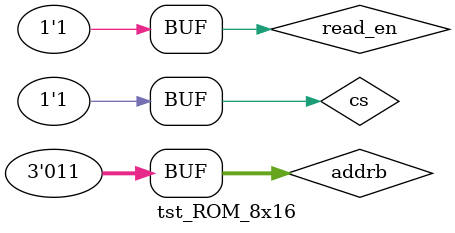
<source format=v>
module tst_ROM_8x16;

	reg [2:0] addrb;
	wire [15:0] datab;
	reg cs, read_en;
	
	ROM_8x16 rom (cs, addrb, datab, read_en);
	
	initial begin
		#5 addrb =  0; 
		#10 addrb = 7;
		#10 addrb = 5;
		#5 addrb = 4; 
		#5 addrb = 6;
		#5 addrb = 1; 
		#5 addrb = 2;
		#5 addrb = 3;
		
	end
	
	initial begin
		cs = 1;
		read_en <= 1;		
	end

endmodule
</source>
